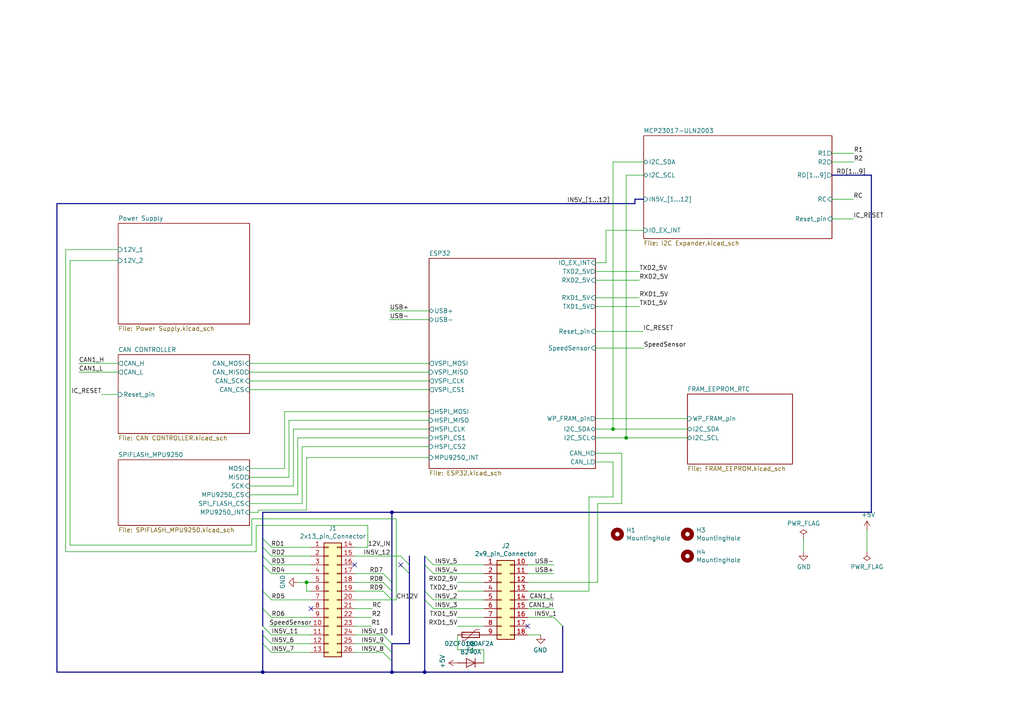
<source format=kicad_sch>
(kicad_sch (version 20230121) (generator eeschema)
  (paper "A4")
  (title_block (title "ECU Gen2") (date "2021-04-05") (rev "2.3.3.3") (company "Evoke Motorcycles"))
  (lib_symbols
    (symbol "ESP32-CAN-rescue:+5V-power" (power) (pin_names (offset 0))
      (property "Value" "+5V-power" (at 0 3.556 0))
      (symbol "+5V-power_0_1"
        (polyline (pts (xy -0.762 1.27) (xy 0 2.54)))
        (polyline (pts (xy 0 0) (xy 0 2.54)))
        (polyline (pts (xy 0 2.54) (xy 0.762 1.27)))
      )
      (symbol "+5V-power_1_1"
        (pin power_in line (at 0 0 90) (length 0) hide (name "+5V") (number "1"))
      )
    )
    (symbol "ESP32-CAN-rescue:Conn_02x09_Top_Bottom-Connector_Generic" (pin_names (offset 1.016) hide)
      (property "Reference" "J" (at 1.27 12.7 0))
      (property "Value" "Conn_02x09_Top_Bottom-Connector_Generic" (at 1.27 -12.7 0))
      (symbol "Conn_02x09_Top_Bottom-Connector_Generic_1_1"
        (rectangle (start -1.27 -10.033) (end 0 -10.287) (stroke (width 0.1524)))
        (rectangle (start -1.27 -7.493) (end 0 -7.747) (stroke (width 0.1524)))
        (rectangle (start -1.27 -4.953) (end 0 -5.207) (stroke (width 0.1524)))
        (rectangle (start -1.27 -2.413) (end 0 -2.667) (stroke (width 0.1524)))
        (rectangle (start -1.27 0.127) (end 0 -0.127) (stroke (width 0.1524)))
        (rectangle (start -1.27 2.667) (end 0 2.413) (stroke (width 0.1524)))
        (rectangle (start -1.27 5.207) (end 0 4.953) (stroke (width 0.1524)))
        (rectangle (start -1.27 7.747) (end 0 7.493) (stroke (width 0.1524)))
        (rectangle (start -1.27 10.287) (end 0 10.033) (stroke (width 0.1524)))
        (rectangle (start -1.27 11.43) (end 3.81 -11.43) (stroke (width 0.254)) (fill (type background)))
        (rectangle (start 3.81 -10.033) (end 2.54 -10.287) (stroke (width 0.1524)))
        (rectangle (start 3.81 -7.493) (end 2.54 -7.747) (stroke (width 0.1524)))
        (rectangle (start 3.81 -4.953) (end 2.54 -5.207) (stroke (width 0.1524)))
        (rectangle (start 3.81 -2.413) (end 2.54 -2.667) (stroke (width 0.1524)))
        (rectangle (start 3.81 0.127) (end 2.54 -0.127) (stroke (width 0.1524)))
        (rectangle (start 3.81 2.667) (end 2.54 2.413) (stroke (width 0.1524)))
        (rectangle (start 3.81 5.207) (end 2.54 4.953) (stroke (width 0.1524)))
        (rectangle (start 3.81 7.747) (end 2.54 7.493) (stroke (width 0.1524)))
        (rectangle (start 3.81 10.287) (end 2.54 10.033) (stroke (width 0.1524)))
        (pin passive line (at -5.08 10.16 0) (length 3.81) (name "Pin_1") (number "1"))
        (pin passive line (at 7.62 10.16 180) (length 3.81) (name "Pin_10") (number "10"))
        (pin passive line (at 7.62 7.62 180) (length 3.81) (name "Pin_11") (number "11"))
        (pin passive line (at 7.62 5.08 180) (length 3.81) (name "Pin_12") (number "12"))
        (pin passive line (at 7.62 2.54 180) (length 3.81) (name "Pin_13") (number "13"))
        (pin passive line (at 7.62 0 180) (length 3.81) (name "Pin_14") (number "14"))
        (pin passive line (at 7.62 -2.54 180) (length 3.81) (name "Pin_15") (number "15"))
        (pin passive line (at 7.62 -5.08 180) (length 3.81) (name "Pin_16") (number "16"))
        (pin passive line (at 7.62 -7.62 180) (length 3.81) (name "Pin_17") (number "17"))
        (pin passive line (at 7.62 -10.16 180) (length 3.81) (name "Pin_18") (number "18"))
        (pin passive line (at -5.08 7.62 0) (length 3.81) (name "Pin_2") (number "2"))
        (pin passive line (at -5.08 5.08 0) (length 3.81) (name "Pin_3") (number "3"))
        (pin passive line (at -5.08 2.54 0) (length 3.81) (name "Pin_4") (number "4"))
        (pin passive line (at -5.08 0 0) (length 3.81) (name "Pin_5") (number "5"))
        (pin passive line (at -5.08 -2.54 0) (length 3.81) (name "Pin_6") (number "6"))
        (pin passive line (at -5.08 -5.08 0) (length 3.81) (name "Pin_7") (number "7"))
        (pin passive line (at -5.08 -7.62 0) (length 3.81) (name "Pin_8") (number "8"))
        (pin passive line (at -5.08 -10.16 0) (length 3.81) (name "Pin_9") (number "9"))
      )
    )
    (symbol "ESP32-CAN-rescue:Conn_02x13_Top_Bottom-Connector_Generic" (pin_names (offset 1.016) hide)
      (property "Reference" "J" (at 1.27 17.78 0))
      (property "Value" "Conn_02x13_Top_Bottom-Connector_Generic" (at 1.27 -17.78 0))
      (symbol "Conn_02x13_Top_Bottom-Connector_Generic_1_1"
        (rectangle (start -1.27 -15.113) (end 0 -15.367) (stroke (width 0.1524)))
        (rectangle (start -1.27 -12.573) (end 0 -12.827) (stroke (width 0.1524)))
        (rectangle (start -1.27 -10.033) (end 0 -10.287) (stroke (width 0.1524)))
        (rectangle (start -1.27 -7.493) (end 0 -7.747) (stroke (width 0.1524)))
        (rectangle (start -1.27 -4.953) (end 0 -5.207) (stroke (width 0.1524)))
        (rectangle (start -1.27 -2.413) (end 0 -2.667) (stroke (width 0.1524)))
        (rectangle (start -1.27 0.127) (end 0 -0.127) (stroke (width 0.1524)))
        (rectangle (start -1.27 2.667) (end 0 2.413) (stroke (width 0.1524)))
        (rectangle (start -1.27 5.207) (end 0 4.953) (stroke (width 0.1524)))
        (rectangle (start -1.27 7.747) (end 0 7.493) (stroke (width 0.1524)))
        (rectangle (start -1.27 10.287) (end 0 10.033) (stroke (width 0.1524)))
        (rectangle (start -1.27 12.827) (end 0 12.573) (stroke (width 0.1524)))
        (rectangle (start -1.27 15.367) (end 0 15.113) (stroke (width 0.1524)))
        (rectangle (start -1.27 16.51) (end 3.81 -16.51) (stroke (width 0.254)) (fill (type background)))
        (rectangle (start 3.81 -15.113) (end 2.54 -15.367) (stroke (width 0.1524)))
        (rectangle (start 3.81 -12.573) (end 2.54 -12.827) (stroke (width 0.1524)))
        (rectangle (start 3.81 -10.033) (end 2.54 -10.287) (stroke (width 0.1524)))
        (rectangle (start 3.81 -7.493) (end 2.54 -7.747) (stroke (width 0.1524)))
        (rectangle (start 3.81 -4.953) (end 2.54 -5.207) (stroke (width 0.1524)))
        (rectangle (start 3.81 -2.413) (end 2.54 -2.667) (stroke (width 0.1524)))
        (rectangle (start 3.81 0.127) (end 2.54 -0.127) (stroke (width 0.1524)))
        (rectangle (start 3.81 2.667) (end 2.54 2.413) (stroke (width 0.1524)))
        (rectangle (start 3.81 5.207) (end 2.54 4.953) (stroke (width 0.1524)))
        (rectangle (start 3.81 7.747) (end 2.54 7.493) (stroke (width 0.1524)))
        (rectangle (start 3.81 10.287) (end 2.54 10.033) (stroke (width 0.1524)))
        (rectangle (start 3.81 12.827) (end 2.54 12.573) (stroke (width 0.1524)))
        (rectangle (start 3.81 15.367) (end 2.54 15.113) (stroke (width 0.1524)))
        (pin passive line (at -5.08 15.24 0) (length 3.81) (name "Pin_1") (number "1"))
        (pin passive line (at -5.08 -7.62 0) (length 3.81) (name "Pin_10") (number "10"))
        (pin passive line (at -5.08 -10.16 0) (length 3.81) (name "Pin_11") (number "11"))
        (pin passive line (at -5.08 -12.7 0) (length 3.81) (name "Pin_12") (number "12"))
        (pin passive line (at -5.08 -15.24 0) (length 3.81) (name "Pin_13") (number "13"))
        (pin passive line (at 7.62 15.24 180) (length 3.81) (name "Pin_14") (number "14"))
        (pin passive line (at 7.62 12.7 180) (length 3.81) (name "Pin_15") (number "15"))
        (pin passive line (at 7.62 10.16 180) (length 3.81) (name "Pin_16") (number "16"))
        (pin passive line (at 7.62 7.62 180) (length 3.81) (name "Pin_17") (number "17"))
        (pin passive line (at 7.62 5.08 180) (length 3.81) (name "Pin_18") (number "18"))
        (pin passive line (at 7.62 2.54 180) (length 3.81) (name "Pin_19") (number "19"))
        (pin passive line (at -5.08 12.7 0) (length 3.81) (name "Pin_2") (number "2"))
        (pin passive line (at 7.62 0 180) (length 3.81) (name "Pin_20") (number "20"))
        (pin passive line (at 7.62 -2.54 180) (length 3.81) (name "Pin_21") (number "21"))
        (pin passive line (at 7.62 -5.08 180) (length 3.81) (name "Pin_22") (number "22"))
        (pin passive line (at 7.62 -7.62 180) (length 3.81) (name "Pin_23") (number "23"))
        (pin passive line (at 7.62 -10.16 180) (length 3.81) (name "Pin_24") (number "24"))
        (pin passive line (at 7.62 -12.7 180) (length 3.81) (name "Pin_25") (number "25"))
        (pin passive line (at 7.62 -15.24 180) (length 3.81) (name "Pin_26") (number "26"))
        (pin passive line (at -5.08 10.16 0) (length 3.81) (name "Pin_3") (number "3"))
        (pin passive line (at -5.08 7.62 0) (length 3.81) (name "Pin_4") (number "4"))
        (pin passive line (at -5.08 5.08 0) (length 3.81) (name "Pin_5") (number "5"))
        (pin passive line (at -5.08 2.54 0) (length 3.81) (name "Pin_6") (number "6"))
        (pin passive line (at -5.08 0 0) (length 3.81) (name "Pin_7") (number "7"))
        (pin passive line (at -5.08 -2.54 0) (length 3.81) (name "Pin_8") (number "8"))
        (pin passive line (at -5.08 -5.08 0) (length 3.81) (name "Pin_9") (number "9"))
      )
    )
    (symbol "ESP32-CAN-rescue:D-Device" (pin_numbers hide) (pin_names (offset 1.016) hide)
      (property "Reference" "D" (at 0 2.54 0))
      (property "Value" "D-Device" (at 0 -2.54 0))
      (symbol "D-Device_0_1"
        (polyline (pts (xy -1.27 1.27) (xy -1.27 -1.27)) (stroke (width 0.2032)))
        (polyline (pts (xy 1.27 0) (xy -1.27 0)))
        (polyline (pts (xy 1.27 1.27) (xy 1.27 -1.27) (xy -1.27 0) (xy 1.27 1.27)) (stroke (width 0.2032)))
      )
      (symbol "D-Device_1_1"
        (pin passive line (at -3.81 0 0) (length 2.54) (name "K") (number "1"))
        (pin passive line (at 3.81 0 180) (length 2.54) (name "A") (number "2"))
      )
    )
    (symbol "ESP32-CAN-rescue:GND-power" (power) (pin_names (offset 0))
      (property "Value" "GND-power" (at 0 -3.81 0))
      (symbol "GND-power_0_1"
        (polyline (pts (xy 0 0) (xy 0 -1.27) (xy 1.27 -1.27) (xy 0 -2.54) (xy -1.27 -1.27) (xy 0 -1.27)))
      )
      (symbol "GND-power_1_1"
        (pin power_in line (at 0 0 270) (length 0) hide (name "GND") (number "1"))
      )
    )
    (symbol "ESP32-CAN-rescue:MountingHole-Mechanical" (pin_names (offset 1.016))
      (property "Reference" "H" (at 0 5.08 0))
      (property "Value" "MountingHole-Mechanical" (at 0 3.175 0))
      (symbol "MountingHole-Mechanical_0_1"
        (circle (center 0 0) (radius 1.27) (stroke (width 1.27)))
      )
    )
    (symbol "ESP32-CAN-rescue:PWR_FLAG-power" (power) (pin_numbers hide) (pin_names (offset 0) hide)
      (property "Value" "PWR_FLAG-power" (at 0 3.81 0))
      (symbol "PWR_FLAG-power_0_0"
        (pin power_out line (at 0 0 90) (length 0) (name "pwr") (number "1"))
      )
      (symbol "PWR_FLAG-power_0_1"
        (polyline (pts (xy 0 0) (xy 0 1.27) (xy -1.016 1.905) (xy 0 2.54) (xy 1.016 1.905) (xy 0 1.27)))
      )
    )
    (symbol "ESP32-CAN-rescue:Polyfuse-Device" (pin_numbers hide) (pin_names (offset 0))
      (property "Reference" "F" (at -2.54 0 90))
      (property "Value" "Polyfuse-Device" (at 2.54 0 90))
      (symbol "Polyfuse-Device_0_1"
        (rectangle (start -0.762 2.54) (end 0.762 -2.54) (stroke (width 0.254)))
        (polyline (pts (xy 0 2.54) (xy 0 -2.54)))
        (polyline (pts (xy -1.524 2.54) (xy -1.524 1.524) (xy 1.524 -1.524) (xy 1.524 -2.54)))
      )
      (symbol "Polyfuse-Device_1_1"
        (pin passive line (at 0 3.81 270) (length 1.27) (name "~") (number "1"))
        (pin passive line (at 0 -3.81 90) (length 1.27) (name "~") (number "2"))
      )
    )
  )
  (junction (at 113.665 148.59))
  (junction (at 177.8 124.46))
  (junction (at 88.9 168.91))
  (junction (at 113.665 194.945))
  (junction (at 181.61 127))
  (junction (at 76.2 194.945))
  (junction (at 123.19 194.945))
  (no_connect (at 90.17 176.53))
  (no_connect (at 153.035 181.61))
  (no_connect (at 116.205 163.83))
  (no_connect (at 102.87 163.83))
  (bus_entry (at 76.2 158.75) (size 2.54 2.54))
  (bus_entry (at 111.125 166.37) (size 2.54 2.54))
  (bus_entry (at 123.19 171.45) (size 2.54 2.54))
  (bus_entry (at 76.2 161.29) (size 2.54 2.54))
  (bus_entry (at 160.655 179.07) (size 2.54 2.54))
  (bus_entry (at 111.125 184.15) (size 2.54 2.54))
  (bus_entry (at 76.2 156.21) (size 2.54 2.54))
  (bus_entry (at 111.125 186.69) (size 2.54 2.54))
  (bus_entry (at 123.19 173.99) (size 2.54 2.54))
  (bus_entry (at 76.2 181.61) (size 2.54 2.54))
  (bus_entry (at 76.2 186.69) (size 2.54 2.54))
  (bus_entry (at 76.2 176.53) (size 2.54 2.54))
  (bus_entry (at 76.2 171.45) (size 2.54 2.54))
  (bus_entry (at 111.125 168.91) (size 2.54 2.54))
  (bus_entry (at 111.125 171.45) (size 2.54 2.54))
  (bus_entry (at 76.2 184.15) (size 2.54 2.54))
  (bus_entry (at 123.19 161.29) (size 2.54 2.54))
  (bus_entry (at 116.205 163.83) (size 2.54 2.54))
  (bus_entry (at 76.2 163.83) (size 2.54 2.54))
  (bus_entry (at 111.125 189.23) (size 2.54 2.54))
  (bus_entry (at 123.19 163.83) (size 2.54 2.54))
  (bus_entry (at 116.205 161.29) (size 2.54 2.54))
  (wire (pts (xy 73.025 158.115) (xy 20.32 158.115)))
  (wire (pts (xy 82.55 135.89) (xy 82.55 119.38)))
  (bus (pts (xy 16.51 59.055) (xy 184.15 59.055)))
  (bus (pts (xy 76.2 163.83) (xy 76.2 171.45)))
  (bus (pts (xy 76.2 148.59) (xy 113.665 148.59)))
  (wire (pts (xy 172.72 124.46) (xy 177.8 124.46)))
  (wire (pts (xy 88.9 132.715) (xy 88.9 147.955)))
  (wire (pts (xy 233.045 160.02) (xy 233.045 156.21)))
  (wire (pts (xy 111.125 171.45) (xy 102.87 171.45)))
  (wire (pts (xy 90.17 168.91) (xy 88.9 168.91)))
  (wire (pts (xy 102.87 176.53) (xy 107.95 176.53)))
  (wire (pts (xy 124.46 132.715) (xy 88.9 132.715)))
  (wire (pts (xy 90.17 166.37) (xy 78.74 166.37)))
  (wire (pts (xy 102.87 166.37) (xy 111.125 166.37)))
  (wire (pts (xy 106.68 152.4) (xy 106.68 158.75)))
  (wire (pts (xy 132.715 171.45) (xy 140.335 171.45)))
  (wire (pts (xy 90.17 161.29) (xy 78.74 161.29)))
  (wire (pts (xy 90.17 186.69) (xy 78.74 186.69)))
  (wire (pts (xy 78.74 173.99) (xy 90.17 173.99)))
  (bus (pts (xy 76.2 194.945) (xy 113.665 194.945)))
  (wire (pts (xy 156.845 184.15) (xy 153.035 184.15)))
  (wire (pts (xy 22.86 107.95) (xy 34.29 107.95)))
  (bus (pts (xy 113.665 173.99) (xy 113.665 184.15)))
  (wire (pts (xy 86.36 127) (xy 86.36 143.51)))
  (bus (pts (xy 118.745 163.83) (xy 118.745 166.37)))
  (wire (pts (xy 102.87 161.29) (xy 116.205 161.29)))
  (wire (pts (xy 20.32 75.565) (xy 34.29 75.565)))
  (bus (pts (xy 76.2 158.75) (xy 76.2 161.29)))
  (wire (pts (xy 111.125 189.23) (xy 102.87 189.23)))
  (wire (pts (xy 170.815 171.45) (xy 153.035 171.45)))
  (wire (pts (xy 114.935 150.495) (xy 114.935 173.99)))
  (wire (pts (xy 102.87 184.15) (xy 111.125 184.15)))
  (bus (pts (xy 76.2 161.29) (xy 76.2 163.83)))
  (wire (pts (xy 102.87 181.61) (xy 107.696 181.61)))
  (wire (pts (xy 124.46 113.03) (xy 72.39 113.03)))
  (wire (pts (xy 175.768 66.802) (xy 175.768 76.2)))
  (bus (pts (xy 113.665 191.77) (xy 113.665 194.945)))
  (wire (pts (xy 160.655 166.37) (xy 153.035 166.37)))
  (wire (pts (xy 153.035 168.91) (xy 173.355 168.91)))
  (wire (pts (xy 72.39 105.41) (xy 124.46 105.41)))
  (bus (pts (xy 123.19 194.945) (xy 163.195 194.945)))
  (wire (pts (xy 113.665 173.99) (xy 114.935 173.99)))
  (bus (pts (xy 123.19 163.83) (xy 123.19 171.45)))
  (bus (pts (xy 76.2 156.21) (xy 76.2 158.75)))
  (wire (pts (xy 172.72 133.985) (xy 177.8 133.985)))
  (bus (pts (xy 184.15 57.785) (xy 186.69 57.785)))
  (wire (pts (xy 140.335 188.468) (xy 132.715 188.468)))
  (bus (pts (xy 16.51 194.945) (xy 76.2 194.945)))
  (bus (pts (xy 76.2 176.53) (xy 76.2 181.61)))
  (wire (pts (xy 160.655 173.99) (xy 153.035 173.99)))
  (wire (pts (xy 172.72 100.965) (xy 186.69 100.965)))
  (bus (pts (xy 184.15 59.055) (xy 184.15 57.785)))
  (wire (pts (xy 173.355 146.05) (xy 180.34 146.05)))
  (wire (pts (xy 22.86 105.41) (xy 34.29 105.41)))
  (wire (pts (xy 186.69 66.802) (xy 175.768 66.802)))
  (wire (pts (xy 125.73 176.53) (xy 140.335 176.53)))
  (wire (pts (xy 78.74 179.07) (xy 90.17 179.07)))
  (wire (pts (xy 140.335 163.83) (xy 125.73 163.83)))
  (wire (pts (xy 72.39 110.49) (xy 124.46 110.49)))
  (bus (pts (xy 113.665 171.45) (xy 113.665 173.99)))
  (wire (pts (xy 140.335 192.278) (xy 140.335 188.468)))
  (wire (pts (xy 74.93 147.955) (xy 74.93 148.59)))
  (wire (pts (xy 132.715 181.61) (xy 140.335 181.61)))
  (wire (pts (xy 88.9 147.955) (xy 74.93 147.955)))
  (bus (pts (xy 123.19 161.29) (xy 123.19 163.83)))
  (bus (pts (xy 113.665 189.23) (xy 113.665 191.77)))
  (wire (pts (xy 172.72 127) (xy 181.61 127)))
  (wire (pts (xy 34.29 114.427) (xy 29.464 114.427)))
  (wire (pts (xy 124.46 121.92) (xy 83.82 121.92)))
  (wire (pts (xy 185.42 78.74) (xy 172.72 78.74)))
  (wire (pts (xy 132.715 179.07) (xy 140.335 179.07)))
  (wire (pts (xy 83.82 138.43) (xy 72.39 138.43)))
  (bus (pts (xy 113.665 186.69) (xy 113.665 189.23)))
  (wire (pts (xy 125.73 166.37) (xy 140.335 166.37)))
  (wire (pts (xy 177.8 124.46) (xy 199.39 124.46)))
  (bus (pts (xy 113.665 186.69) (xy 118.745 186.69)))
  (bus (pts (xy 123.19 173.99) (xy 123.19 194.945)))
  (wire (pts (xy 180.34 146.05) (xy 180.34 131.445)))
  (wire (pts (xy 132.715 188.468) (xy 132.715 184.15)))
  (wire (pts (xy 247.65 44.45) (xy 241.3 44.45)))
  (wire (pts (xy 186.69 50.8) (xy 181.61 50.8)))
  (wire (pts (xy 74.93 148.59) (xy 72.39 148.59)))
  (wire (pts (xy 175.768 76.2) (xy 172.72 76.2)))
  (bus (pts (xy 16.51 59.055) (xy 16.51 194.945)))
  (wire (pts (xy 90.17 163.83) (xy 78.74 163.83)))
  (wire (pts (xy 85.09 124.46) (xy 124.46 124.46)))
  (wire (pts (xy 74.295 160.02) (xy 74.295 152.4)))
  (wire (pts (xy 247.65 46.99) (xy 241.3 46.99)))
  (wire (pts (xy 124.46 107.95) (xy 72.39 107.95)))
  (wire (pts (xy 72.39 140.97) (xy 85.09 140.97)))
  (wire (pts (xy 90.17 181.61) (xy 78.105 181.61)))
  (wire (pts (xy 160.655 163.83) (xy 153.035 163.83)))
  (wire (pts (xy 88.9 171.45) (xy 90.17 171.45)))
  (bus (pts (xy 163.195 181.61) (xy 163.195 194.945)))
  (bus (pts (xy 118.745 161.29) (xy 118.745 163.83)))
  (bus (pts (xy 118.745 166.37) (xy 118.745 186.69)))
  (bus (pts (xy 123.19 171.45) (xy 123.19 173.99)))
  (wire (pts (xy 19.05 72.39) (xy 19.05 160.02)))
  (wire (pts (xy 185.42 88.9) (xy 172.72 88.9)))
  (wire (pts (xy 124.46 127) (xy 86.36 127)))
  (wire (pts (xy 181.61 50.8) (xy 181.61 127)))
  (bus (pts (xy 76.2 184.15) (xy 76.2 186.69)))
  (wire (pts (xy 170.815 144.145) (xy 170.815 171.45)))
  (bus (pts (xy 76.2 186.69) (xy 76.2 194.945)))
  (wire (pts (xy 78.74 184.15) (xy 90.17 184.15)))
  (wire (pts (xy 177.8 133.985) (xy 177.8 144.145)))
  (wire (pts (xy 83.82 121.92) (xy 83.82 138.43)))
  (wire (pts (xy 19.05 160.02) (xy 74.295 160.02)))
  (wire (pts (xy 181.61 127) (xy 199.39 127)))
  (wire (pts (xy 160.655 179.07) (xy 153.035 179.07)))
  (bus (pts (xy 113.665 148.59) (xy 113.665 168.91)))
  (wire (pts (xy 87.63 146.05) (xy 87.63 129.54)))
  (wire (pts (xy 251.46 153.67) (xy 251.46 160.02)))
  (bus (pts (xy 76.2 182.88) (xy 76.2 184.15)))
  (wire (pts (xy 114.935 150.495) (xy 73.025 150.495)))
  (wire (pts (xy 73.025 150.495) (xy 73.025 158.115)))
  (wire (pts (xy 78.74 158.75) (xy 90.17 158.75)))
  (wire (pts (xy 111.125 168.91) (xy 102.87 168.91)))
  (wire (pts (xy 125.73 173.99) (xy 140.335 173.99)))
  (wire (pts (xy 86.36 143.51) (xy 72.39 143.51)))
  (wire (pts (xy 173.355 146.05) (xy 173.355 168.91)))
  (bus (pts (xy 241.3 50.8) (xy 252.73 50.8)))
  (wire (pts (xy 185.42 81.28) (xy 172.72 81.28)))
  (wire (pts (xy 111.125 186.69) (xy 102.87 186.69)))
  (wire (pts (xy 102.87 179.07) (xy 107.823 179.07)))
  (wire (pts (xy 19.05 72.39) (xy 34.29 72.39)))
  (wire (pts (xy 241.3 57.785) (xy 247.523 57.785)))
  (bus (pts (xy 76.2 148.59) (xy 76.2 156.21)))
  (wire (pts (xy 113.03 90.17) (xy 124.46 90.17)))
  (bus (pts (xy 113.665 194.945) (xy 123.19 194.945)))
  (wire (pts (xy 88.9 168.91) (xy 86.36 168.91)))
  (wire (pts (xy 132.715 168.91) (xy 140.335 168.91)))
  (wire (pts (xy 113.03 92.71) (xy 124.46 92.71)))
  (wire (pts (xy 172.72 121.412) (xy 199.39 121.412)))
  (wire (pts (xy 72.39 146.05) (xy 87.63 146.05)))
  (wire (pts (xy 20.32 158.115) (xy 20.32 75.565)))
  (wire (pts (xy 72.39 135.89) (xy 82.55 135.89)))
  (wire (pts (xy 87.63 129.54) (xy 124.46 129.54)))
  (wire (pts (xy 74.295 152.4) (xy 106.68 152.4)))
  (bus (pts (xy 252.73 50.8) (xy 252.73 148.59)))
  (wire (pts (xy 177.8 144.145) (xy 170.815 144.145)))
  (wire (pts (xy 85.09 140.97) (xy 85.09 124.46)))
  (wire (pts (xy 160.655 176.53) (xy 153.035 176.53)))
  (wire (pts (xy 88.9 168.91) (xy 88.9 171.45)))
  (wire (pts (xy 172.72 96.139) (xy 186.563 96.139)))
  (wire (pts (xy 241.3 63.5) (xy 247.523 63.5)))
  (bus (pts (xy 76.2 171.45) (xy 76.2 176.53)))
  (wire (pts (xy 177.8 46.99) (xy 177.8 124.46)))
  (wire (pts (xy 180.34 131.445) (xy 172.72 131.445)))
  (wire (pts (xy 82.55 119.38) (xy 124.46 119.38)))
  (bus (pts (xy 113.665 148.59) (xy 252.73 148.59)))
  (wire (pts (xy 90.17 189.23) (xy 78.74 189.23)))
  (wire (pts (xy 102.87 173.99) (xy 113.665 173.99)))
  (wire (pts (xy 185.42 86.36) (xy 172.72 86.36)))
  (wire (pts (xy 102.87 158.75) (xy 106.68 158.75)))
  (wire (pts (xy 177.8 46.99) (xy 186.69 46.99)))
  (bus (pts (xy 113.665 168.91) (xy 113.665 171.45)))
  (label "IC_RESET" (at 247.523 63.5 0))
  (label "IN5V_10" (at 104.775 184.15 0))
  (label "CAN1_H" (at 160.655 176.53 180))
  (label "IN5V_8" (at 104.775 189.23 0))
  (label "RD2" (at 78.74 161.29 0))
  (label "RD[1...9]" (at 242.57 50.8 0))
  (label "RD1" (at 82.55 158.75 180))
  (label "CH12V" (at 114.935 173.99 0))
  (label "R1" (at 107.696 181.61 0))
  (label "RD8" (at 111.125 168.91 180))
  (label "R2" (at 247.65 46.99 0))
  (label "USB+" (at 113.03 90.17 0))
  (label "CAN1_L" (at 22.86 107.95 0))
  (label "RXD2_5V" (at 185.42 81.28 0))
  (label "CAN1_H" (at 22.86 105.41 0))
  (label "TXD1_5V" (at 185.42 88.9 0))
  (label "RD4" (at 78.74 166.37 0))
  (label "CAN1_L" (at 160.655 173.99 180))
  (label "TXD1_5V" (at 132.715 179.07 180))
  (label "USB-" (at 160.655 163.83 180))
  (label "12V_IN" (at 106.68 158.75 0))
  (label "IN5V_5" (at 132.715 163.83 180))
  (label "RXD1_5V" (at 132.715 181.61 180))
  (label "RD6" (at 78.74 179.07 0))
  (label "TXD2_5V" (at 185.42 78.74 0))
  (label "RD7" (at 111.125 166.37 180))
  (label "TXD2_5V" (at 132.715 171.45 180))
  (label "IN5V_4" (at 132.715 166.37 180))
  (label "IN5V_11" (at 78.74 184.15 0))
  (label "RXD2_5V" (at 132.715 168.91 180))
  (label "R2" (at 107.823 179.07 0))
  (label "SpeedSensor" (at 78.105 181.61 0))
  (label "IC_RESET" (at 186.563 96.139 0))
  (label "USB-" (at 113.03 92.71 0))
  (label "RD3" (at 78.74 163.83 0))
  (label "RD5" (at 78.74 173.99 0))
  (label "RC" (at 247.523 57.785 0))
  (label "IN5V_12" (at 105.41 161.29 0))
  (label "IN5V_6" (at 78.74 186.69 0))
  (label "IN5V_3" (at 132.715 176.53 180))
  (label "IN5V_9" (at 104.775 186.69 0))
  (label "IN5V_1" (at 154.94 179.07 0))
  (label "IC_RESET" (at 29.464 114.427 180))
  (label "RXD1_5V" (at 185.42 86.36 0))
  (label "RD9" (at 111.125 171.45 180))
  (label "IN5V_[1...12]" (at 164.465 59.055 0))
  (label "IN5V_2" (at 132.715 173.99 180))
  (label "SpeedSensor" (at 186.69 100.965 0))
  (label "RC" (at 107.95 176.53 0))
  (label "USB+" (at 160.655 166.37 180))
  (label "IN5V_7" (at 78.74 189.23 0))
  (label "R1" (at 247.65 44.45 0))
  (symbol (lib_id "ESP32-CAN-rescue:GND-power") (at 156.845 184.15 0) (mirror y) (unit 1)
    (property "Reference" "#PWR03" (effects hide))
    (property "Value" "GND" (at 156.718 188.5442 0))
  )
  (symbol (lib_id "ESP32-CAN-rescue:+5V-power") (at 132.715 192.278 90) (unit 1)
    (property "Reference" "#PWR02" (effects hide))
    (property "Value" "+5V" (at 128.3208 191.897 0))
  )
  (symbol (lib_id "ESP32-CAN-rescue:Polyfuse-Device") (at 136.525 184.15 270) (unit 1)
    (property "Reference" "F1" (at 136.525 188.595 90))
    (property "Value" "0ZCF0100AF2A " (at 136.525 186.69 90))
    (property "Footprint" "Fuse:Fuse_2920_7451Metric" (effects hide))
  )
  (symbol (lib_id "ESP32-CAN-rescue:Conn_02x13_Top_Bottom-Connector_Generic") (at 95.25 173.99 0) (unit 1)
    (property "Reference" "J1" (at 96.52 153.2382 0))
    (property "Value" "2x13_pin_Connector" (at 96.52 155.5496 0))
    (property "Footprint" "Automotive-Connector:3126A0312" (effects hide))
  )
  (symbol (lib_id "ESP32-CAN-rescue:Conn_02x09_Top_Bottom-Connector_Generic") (at 145.415 173.99 0) (unit 1)
    (property "Reference" "J2" (at 146.685 158.3182 0))
    (property "Value" "2x9_pin_Connector" (at 146.685 160.6296 0))
    (property "Footprint" "Automotive-Connector:3118A0312" (effects hide))
  )
  (symbol (lib_id "ESP32-CAN-rescue:GND-power") (at 86.36 168.91 270) (mirror x) (unit 1)
    (property "Reference" "#PWR01" (effects hide))
    (property "Value" "GND" (at 81.9658 168.783 0))
  )
  (symbol (lib_id "ESP32-CAN-rescue:MountingHole-Mechanical") (at 179.07 154.94 0) (unit 1)
    (property "Reference" "H1" (at 181.61 153.7716 0) (effects (justify left)))
    (property "Value" "MountingHole" (at 181.61 156.083 0) (effects (justify left)))
    (property "Footprint" "MountingHole:MountingHole_3.2mm_M3_Pad_Via" (effects hide))
  )
  (symbol (lib_id "ESP32-CAN-rescue:MountingHole-Mechanical") (at 199.39 161.29 0) (unit 1)
    (property "Reference" "H4" (at 201.93 160.1216 0) (effects (justify left)))
    (property "Value" "MountingHole" (at 201.93 162.433 0) (effects (justify left)))
    (property "Footprint" "MountingHole:MountingHole_3.2mm_M3_Pad_Via" (effects hide))
  )
  (symbol (lib_id "ESP32-CAN-rescue:MountingHole-Mechanical") (at 199.39 154.94 0) (unit 1)
    (property "Reference" "H3" (at 201.93 153.7716 0) (effects (justify left)))
    (property "Value" "MountingHole" (at 201.93 156.083 0) (effects (justify left)))
    (property "Footprint" "MountingHole:MountingHole_3.2mm_M3_Pad_Via" (effects hide))
  )
  (symbol (lib_id "ESP32-CAN-rescue:+5V-power") (at 251.46 153.67 0) (unit 1)
    (property "Reference" "#PWR07" (effects hide))
    (property "Value" "+5V" (at 251.841 149.2758 0))
  )
  (symbol (lib_id "ESP32-CAN-rescue:PWR_FLAG-power") (at 251.46 160.02 180) (unit 1)
    (property "Reference" "#FLG02" (effects hide))
    (property "Value" "PWR_FLAG" (at 251.46 164.4142 0))
  )
  (symbol (lib_id "ESP32-CAN-rescue:PWR_FLAG-power") (at 233.045 156.21 0) (unit 1)
    (property "Reference" "#FLG01" (effects hide))
    (property "Value" "PWR_FLAG" (at 233.045 151.8158 0))
  )
  (symbol (lib_id "ESP32-CAN-rescue:GND-power") (at 233.045 160.02 0) (unit 1)
    (property "Reference" "#PWR04" (effects hide))
    (property "Value" "GND" (at 233.172 164.4142 0))
  )
  (symbol (lib_id "ESP32-CAN-rescue:D-Device") (at 136.525 192.278 180) (unit 1)
    (property "Reference" "D8" (at 136.525 186.7916 0))
    (property "Value" "B240A" (at 136.525 189.103 0))
    (property "Footprint" "Diode_SMD:D_SMA" (effects hide))
  )
  (sheet (at 186.69 39.37) (size 54.61 29.845)
    (property "Sheetname" "MCP23017-ULN2003" (at 186.69 38.6584 0) (effects (justify left bottom)))
    (property "Sheetfile" "I2C Expander.kicad_sch" (at 186.69 69.7996 0) (effects (justify left top)))
    (pin "I2C_SDA" bidirectional (at 186.69 46.99 180))
    (pin "I2C_SCL" bidirectional (at 186.69 50.8 180))
    (pin "R1" output (at 241.3 44.45 0))
    (pin "R2" output (at 241.3 46.99 0))
    (pin "RD[1...9]" output (at 241.3 50.8 0))
    (pin "IN5V_[1...12]" input (at 186.69 57.785 180))
    (pin "IO_EX_INT" input (at 186.69 66.802 180))
    (pin "RC" input (at 241.3 57.785 0))
    (pin "Reset_pin" input (at 241.3 63.5 0))
  )
  (sheet (at 124.46 74.93) (size 48.26 60.96)
    (property "Sheetname" "ESP32" (at 124.46 74.2184 0) (effects (justify left bottom)))
    (property "Sheetfile" "ESP32.kicad_sch" (at 124.46 136.4746 0) (effects (justify left top)))
    (pin "RXD2_5V" input (at 172.72 81.28 0))
    (pin "TXD2_5V" output (at 172.72 78.74 0))
    (pin "RXD1_5V" input (at 172.72 86.36 0))
    (pin "TXD1_5V" output (at 172.72 88.9 0))
    (pin "VSPI_CS1" output (at 124.46 113.03 180))
    (pin "HSPI_MOSI" output (at 124.46 119.38 180))
    (pin "HSPI_CLK" output (at 124.46 124.46 180))
    (pin "HSPI_MISO" input (at 124.46 121.92 180))
    (pin "VSPI_MOSI" output (at 124.46 105.41 180))
    (pin "VSPI_MISO" input (at 124.46 107.95 180))
    (pin "VSPI_CLK" output (at 124.46 110.49 180))
    (pin "HSPI_CS1" input (at 124.46 127 180))
    (pin "HSPI_CS2" input (at 124.46 129.54 180))
    (pin "I2C_SDA" bidirectional (at 172.72 124.46 0))
    (pin "I2C_SCL" bidirectional (at 172.72 127 0))
    (pin "USB+" bidirectional (at 124.46 90.17 180))
    (pin "USB-" bidirectional (at 124.46 92.71 180))
    (pin "CAN_H" output (at 172.72 131.445 0))
    (pin "CAN_L" output (at 172.72 133.985 0))
    (pin "MPU9250_INT" input (at 124.46 132.715 180))
    (pin "IO_EX_INT" input (at 172.72 76.2 0))
    (pin "Reset_pin" input (at 172.72 96.139 0))
    (pin "SpeedSensor" input (at 172.72 100.965 0))
    (pin "WP_FRAM_pin" output (at 172.72 121.412 0))
  )
  (sheet (at 34.29 64.77) (size 38.1 29.21)
    (property "Sheetname" "Power Supply" (at 34.29 64.0584 0) (effects (justify left bottom)))
    (property "Sheetfile" "Power Supply.kicad_sch" (at 34.29 94.5646 0) (effects (justify left top)))
    (pin "12V_1" input (at 34.29 72.39 180))
    (pin "12V_2" input (at 34.29 75.565 180))
  )
  (sheet (at 34.29 102.87) (size 38.1 22.86)
    (property "Sheetname" "CAN CONTROLLER" (at 34.29 102.1584 0) (effects (justify left bottom)))
    (property "Sheetfile" "CAN CONTROLLER.kicad_sch" (at 34.29 126.3146 0) (effects (justify left top)))
    (pin "CAN_H" output (at 34.29 105.41 180))
    (pin "CAN_L" output (at 34.29 107.95 180))
    (pin "CAN_MOSI" input (at 72.39 105.41 0))
    (pin "CAN_MISO" output (at 72.39 107.95 0))
    (pin "CAN_CS" input (at 72.39 113.03 0))
    (pin "CAN_SCK" input (at 72.39 110.49 0))
    (pin "Reset_pin" input (at 34.29 114.427 180))
  )
  (sheet (at 34.29 133.35) (size 38.1 19.05)
    (property "Sheetname" "SPIFLASH_MPU9250" (at 34.29 132.6384 0) (effects (justify left bottom)))
    (property "Sheetfile" "SPIFLASH_MPU9250.kicad_sch" (at 34.29 152.9846 0) (effects (justify left top)))
    (pin "MOSI" input (at 72.39 135.89 0))
    (pin "MISO" output (at 72.39 138.43 0))
    (pin "SCK" input (at 72.39 140.97 0))
    (pin "MPU9250_CS" input (at 72.39 143.51 0))
    (pin "SPI_FLASH_CS" input (at 72.39 146.05 0))
    (pin "MPU9250_INT" input (at 72.39 148.59 0))
  )
  (sheet (at 199.39 114.3) (size 30.48 20.32)
    (property "Sheetname" "FRAM_EEPROM_RTC" (at 199.39 113.5884 0) (effects (justify left bottom)))
    (property "Sheetfile" "FRAM_EEPROM.kicad_sch" (at 199.39 135.2046 0) (effects (justify left top)))
    (pin "I2C_SDA" bidirectional (at 199.39 124.46 180))
    (pin "I2C_SCL" bidirectional (at 199.39 127 180))
    (pin "WP_FRAM_pin" input (at 199.39 121.412 180))
  )
)
</source>
